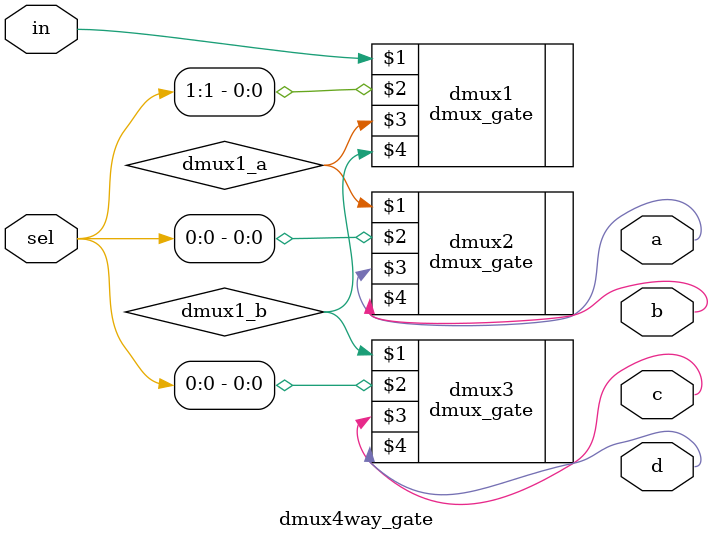
<source format=v>
module dmux4way_gate(in, sel, a, b, c, d);
    input in;
    input [1:0] sel;
    output a, b, c, d;
    
    wire dmux1_a, dmux1_b;
    
    dmux_gate dmux1(in, sel[1], dmux1_a, dmux1_b);
    dmux_gate dmux2(dmux1_a, sel[0], a, b);
    dmux_gate dmux3(dmux1_b, sel[0], c, d);
endmodule
</source>
